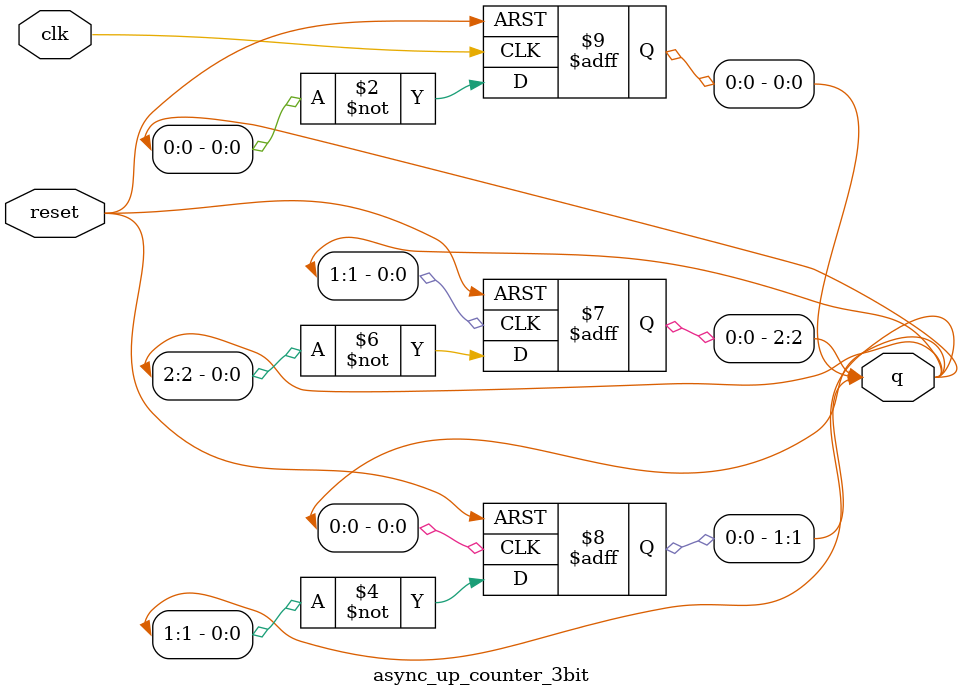
<source format=v>

module async_up_counter_3bit (
    input wire clk,   
    input wire reset,  
    output reg [2:0] q 
);

    
    always @(negedge clk or posedge reset) begin
        if (reset) 
            q[0] <= 1'b0; 
        else 
            q[0] <= ~q[0]; 
    end


    always @(negedge q[0] or posedge reset) begin
        if (reset)
            q[1] <= 1'b0;
        else
            q[1] <= ~q[1]; 
    end

    always @(negedge q[1] or posedge reset) begin
        if (reset)
            q[2] <= 1'b0; 
        else
            q[2] <= ~q[2]; 
    end
endmodule

</source>
